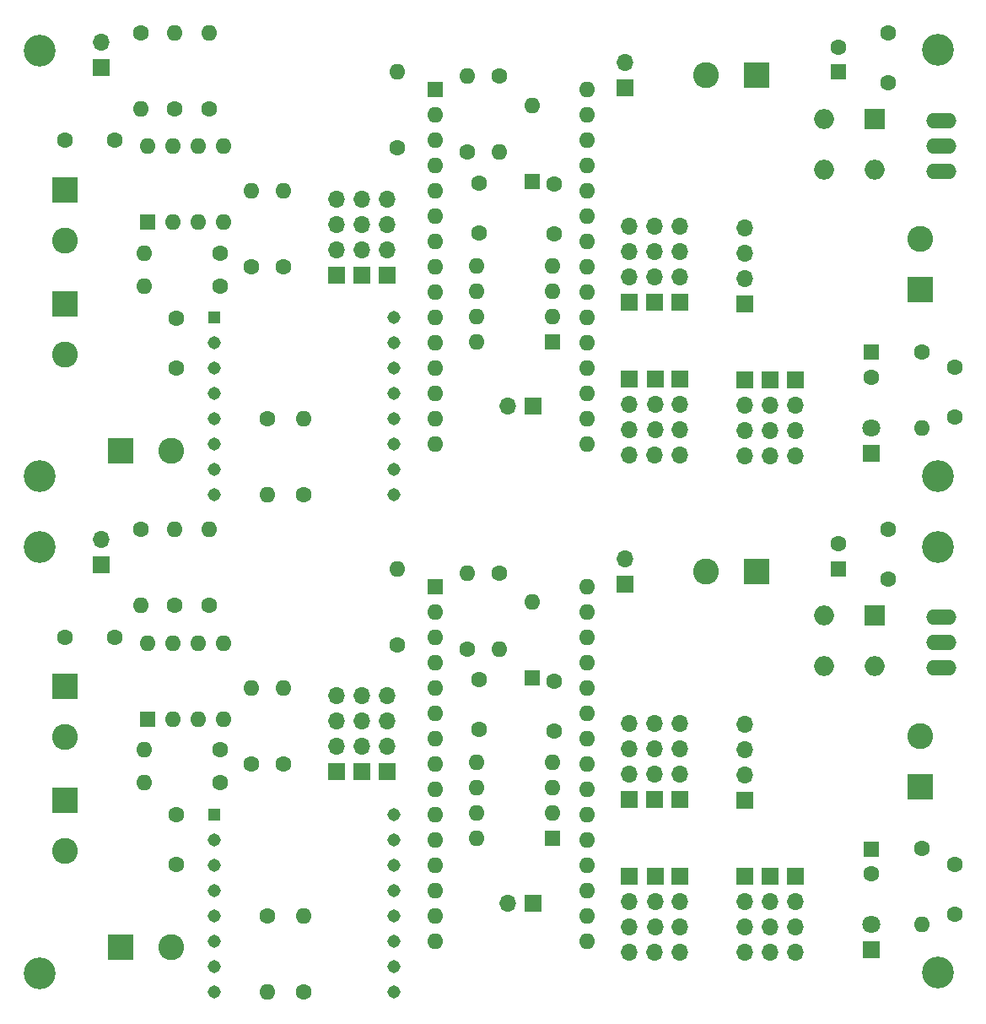
<source format=gbr>
%TF.GenerationSoftware,KiCad,Pcbnew,(6.0.11)*%
%TF.CreationDate,2023-10-15T10:12:36-04:00*%
%TF.ProjectId,MaxDuino_R1.4_Panelized,4d617844-7569-46e6-9f5f-52312e345f50,1.4*%
%TF.SameCoordinates,Original*%
%TF.FileFunction,Soldermask,Bot*%
%TF.FilePolarity,Negative*%
%FSLAX46Y46*%
G04 Gerber Fmt 4.6, Leading zero omitted, Abs format (unit mm)*
G04 Created by KiCad (PCBNEW (6.0.11)) date 2023-10-15 10:12:36*
%MOMM*%
%LPD*%
G01*
G04 APERTURE LIST*
%ADD10R,1.600000X1.600000*%
%ADD11O,1.600000X1.600000*%
%ADD12C,1.600000*%
%ADD13R,1.700000X1.700000*%
%ADD14O,1.700000X1.700000*%
%ADD15C,3.200000*%
%ADD16R,1.800000X1.800000*%
%ADD17C,1.800000*%
%ADD18R,2.600000X2.600000*%
%ADD19C,2.600000*%
%ADD20O,3.048000X1.524000*%
%ADD21R,2.000000X2.000000*%
%ADD22O,2.000000X2.000000*%
%ADD23R,1.308000X1.308000*%
%ADD24C,1.308000*%
G04 APERTURE END LIST*
D10*
%TO.C,U2*%
X69861600Y-48225800D03*
D11*
X69861600Y-45685800D03*
X69861600Y-43145800D03*
X69861600Y-40605800D03*
X62241600Y-40605800D03*
X62241600Y-43145800D03*
X62241600Y-45685800D03*
X62241600Y-48225800D03*
%TD*%
D10*
%TO.C,C1*%
X98512800Y-21149400D03*
D12*
X98512800Y-18649400D03*
%TD*%
D13*
%TO.C,J7-2*%
X80124000Y-94088200D03*
D14*
X80124000Y-91548200D03*
X80124000Y-89008200D03*
X80124000Y-86468200D03*
%TD*%
D15*
%TO.C,M3.3*%
X18350400Y-111573400D03*
%TD*%
D13*
%TO.C,J5-2*%
X91705600Y-101849800D03*
D14*
X91705600Y-104389800D03*
X91705600Y-106929800D03*
X91705600Y-109469800D03*
%TD*%
D10*
%TO.C,D2*%
X67829600Y-32122200D03*
D11*
X67829600Y-24502200D03*
%TD*%
D12*
%TO.C,C2*%
X103542000Y-72061800D03*
X103542000Y-67061800D03*
%TD*%
D13*
%TO.C,J8*%
X89114800Y-44405800D03*
D14*
X89114800Y-41865800D03*
X89114800Y-39325800D03*
X89114800Y-36785800D03*
%TD*%
D12*
%TO.C,R7*%
X28510400Y-67047200D03*
D11*
X28510400Y-74667200D03*
%TD*%
D16*
%TO.C,D3*%
X101865600Y-59401800D03*
D17*
X101865600Y-56861800D03*
%TD*%
D18*
%TO.C,J6*%
X20890400Y-82795200D03*
D19*
X20890400Y-87875200D03*
%TD*%
D15*
%TO.C,M3.4*%
X18350400Y-68850600D03*
%TD*%
D18*
%TO.C,J4*%
X26478400Y-108957200D03*
D19*
X31558400Y-108957200D03*
%TD*%
D12*
%TO.C,R13*%
X42836000Y-90542200D03*
D11*
X42836000Y-82922200D03*
%TD*%
D13*
%TO.C,J6-3*%
X82614400Y-51995000D03*
D14*
X82614400Y-54535000D03*
X82614400Y-57075000D03*
X82614400Y-59615000D03*
%TD*%
D10*
%TO.C,C4*%
X101865600Y-99113421D03*
D12*
X101865600Y-101613421D03*
%TD*%
%TO.C,R3*%
X39635600Y-90542200D03*
D11*
X39635600Y-82922200D03*
%TD*%
D13*
%TO.C,J8*%
X89114800Y-94240600D03*
D14*
X89114800Y-91700600D03*
X89114800Y-89160600D03*
X89114800Y-86620600D03*
%TD*%
D13*
%TO.C,JR1*%
X24548000Y-20748000D03*
D14*
X24548000Y-18208000D03*
%TD*%
D10*
%TO.C,A1*%
X58101400Y-72762200D03*
D11*
X58101400Y-75302200D03*
X58101400Y-77842200D03*
X58101400Y-80382200D03*
X58101400Y-82922200D03*
X58101400Y-85462200D03*
X58101400Y-88002200D03*
X58101400Y-90542200D03*
X58101400Y-93082200D03*
X58101400Y-95622200D03*
X58101400Y-98162200D03*
X58101400Y-100702200D03*
X58101400Y-103242200D03*
X58101400Y-105782200D03*
X58101400Y-108322200D03*
X73341400Y-108322200D03*
X73341400Y-105782200D03*
X73341400Y-103242200D03*
X73341400Y-100702200D03*
X73341400Y-98162200D03*
X73341400Y-95622200D03*
X73341400Y-93082200D03*
X73341400Y-90542200D03*
X73341400Y-88002200D03*
X73341400Y-85462200D03*
X73341400Y-82922200D03*
X73341400Y-80382200D03*
X73341400Y-77842200D03*
X73341400Y-75302200D03*
X73341400Y-72762200D03*
%TD*%
D13*
%TO.C,J2*%
X67931200Y-54677400D03*
D14*
X65391200Y-54677400D03*
%TD*%
D13*
%TO.C,J5-1*%
X89149200Y-52015000D03*
D14*
X89149200Y-54555000D03*
X89149200Y-57095000D03*
X89149200Y-59635000D03*
%TD*%
D12*
%TO.C,C6*%
X32066400Y-95662200D03*
X32066400Y-100662200D03*
%TD*%
%TO.C,C8*%
X62495600Y-37303800D03*
X62495600Y-32303800D03*
%TD*%
%TO.C,C8*%
X62495600Y-87138600D03*
X62495600Y-82138600D03*
%TD*%
%TO.C,C3*%
X110247600Y-50805800D03*
X110247600Y-55805800D03*
%TD*%
D13*
%TO.C,J6-2*%
X80174400Y-101829800D03*
D14*
X80174400Y-104369800D03*
X80174400Y-106909800D03*
X80072400Y-109439800D03*
%TD*%
D12*
%TO.C,R7*%
X28510400Y-17212400D03*
D11*
X28510400Y-24832400D03*
%TD*%
D20*
%TO.C,U1*%
X108916100Y-75861890D03*
X108916100Y-78401890D03*
X108916100Y-80941890D03*
%TD*%
D13*
%TO.C,J7-1*%
X77583200Y-44253400D03*
D14*
X77583200Y-41713400D03*
X77583200Y-39173400D03*
X77583200Y-36633400D03*
%TD*%
D12*
%TO.C,R6*%
X41210400Y-55947400D03*
D11*
X41210400Y-63567400D03*
%TD*%
D12*
%TO.C,R10*%
X54291400Y-28769400D03*
D11*
X54291400Y-21149400D03*
%TD*%
D18*
%TO.C,J1*%
X90334000Y-71289000D03*
D19*
X85254000Y-71289000D03*
%TD*%
D12*
%TO.C,R4*%
X61327200Y-29226600D03*
D11*
X61327200Y-21606600D03*
%TD*%
D21*
%TO.C,D1*%
X102170400Y-75708600D03*
D22*
X97090400Y-75708600D03*
X97090400Y-80788600D03*
X102170400Y-80788600D03*
%TD*%
D10*
%TO.C,U3*%
X29180800Y-36227000D03*
D11*
X31720800Y-36227000D03*
X34260800Y-36227000D03*
X36800800Y-36227000D03*
X36800800Y-28607000D03*
X34260800Y-28607000D03*
X31720800Y-28607000D03*
X29180800Y-28607000D03*
%TD*%
D12*
%TO.C,R9*%
X35368400Y-74667200D03*
D11*
X35368400Y-67047200D03*
%TD*%
D18*
%TO.C,J5*%
X20890400Y-44390400D03*
D19*
X20890400Y-49470400D03*
%TD*%
D21*
%TO.C,D1*%
X102170400Y-25873800D03*
D22*
X97090400Y-25873800D03*
X97090400Y-30953800D03*
X102170400Y-30953800D03*
%TD*%
D12*
%TO.C,R2*%
X64476800Y-21606600D03*
D11*
X64476800Y-29226600D03*
%TD*%
D13*
%TO.C,J6-1*%
X77583200Y-51995000D03*
D14*
X77583200Y-54535000D03*
X77583200Y-57075000D03*
X77583200Y-59615000D03*
%TD*%
D18*
%TO.C,J1*%
X90334000Y-21454200D03*
D19*
X85254000Y-21454200D03*
%TD*%
D18*
%TO.C,J6*%
X20890400Y-32960400D03*
D19*
X20890400Y-38040400D03*
%TD*%
D13*
%TO.C,J4-2*%
X50710800Y-91355000D03*
D14*
X50710800Y-88815000D03*
X50710800Y-86275000D03*
X50710800Y-83735000D03*
%TD*%
D12*
%TO.C,R10*%
X54291400Y-78604200D03*
D11*
X54291400Y-70984200D03*
%TD*%
D15*
%TO.C,M3.1*%
X108571200Y-68799800D03*
%TD*%
D12*
%TO.C,R4*%
X61327200Y-79061400D03*
D11*
X61327200Y-71441400D03*
%TD*%
D13*
%TO.C,J7-1*%
X77583200Y-94088200D03*
D14*
X77583200Y-91548200D03*
X77583200Y-89008200D03*
X77583200Y-86468200D03*
%TD*%
D13*
%TO.C,J6-1*%
X77583200Y-101829800D03*
D14*
X77583200Y-104369800D03*
X77583200Y-106909800D03*
X77583200Y-109449800D03*
%TD*%
D15*
%TO.C,M3.2*%
X108520400Y-111522600D03*
%TD*%
D12*
%TO.C,R5*%
X44893400Y-63567400D03*
D11*
X44893400Y-55947400D03*
%TD*%
D12*
%TO.C,R2*%
X64476800Y-71441400D03*
D11*
X64476800Y-79061400D03*
%TD*%
D10*
%TO.C,A1*%
X58101400Y-22927400D03*
D11*
X58101400Y-25467400D03*
X58101400Y-28007400D03*
X58101400Y-30547400D03*
X58101400Y-33087400D03*
X58101400Y-35627400D03*
X58101400Y-38167400D03*
X58101400Y-40707400D03*
X58101400Y-43247400D03*
X58101400Y-45787400D03*
X58101400Y-48327400D03*
X58101400Y-50867400D03*
X58101400Y-53407400D03*
X58101400Y-55947400D03*
X58101400Y-58487400D03*
X73341400Y-58487400D03*
X73341400Y-55947400D03*
X73341400Y-53407400D03*
X73341400Y-50867400D03*
X73341400Y-48327400D03*
X73341400Y-45787400D03*
X73341400Y-43247400D03*
X73341400Y-40707400D03*
X73341400Y-38167400D03*
X73341400Y-35627400D03*
X73341400Y-33087400D03*
X73341400Y-30547400D03*
X73341400Y-28007400D03*
X73341400Y-25467400D03*
X73341400Y-22927400D03*
%TD*%
D13*
%TO.C,J2*%
X67931200Y-104512200D03*
D14*
X65391200Y-104512200D03*
%TD*%
D12*
%TO.C,R8*%
X31939400Y-24832400D03*
D11*
X31939400Y-17212400D03*
%TD*%
D12*
%TO.C,R13*%
X42836000Y-40707400D03*
D11*
X42836000Y-33087400D03*
%TD*%
D12*
%TO.C,R3*%
X39635600Y-40707400D03*
D11*
X39635600Y-33087400D03*
%TD*%
D12*
%TO.C,R12*%
X36501400Y-39310400D03*
D11*
X28881400Y-39310400D03*
%TD*%
D13*
%TO.C,J3*%
X77126000Y-72559000D03*
D14*
X77126000Y-70019000D03*
%TD*%
D12*
%TO.C,R11*%
X36501400Y-42612400D03*
D11*
X28881400Y-42612400D03*
%TD*%
D10*
%TO.C,C1*%
X98512800Y-70984200D03*
D12*
X98512800Y-68484200D03*
%TD*%
D13*
%TO.C,J4-3*%
X48170000Y-41520200D03*
D14*
X48170000Y-38980200D03*
X48170000Y-36440200D03*
X48170000Y-33900200D03*
%TD*%
D15*
%TO.C,M3.2*%
X108520400Y-61687800D03*
%TD*%
D12*
%TO.C,R11*%
X36501400Y-92447200D03*
D11*
X28881400Y-92447200D03*
%TD*%
D13*
%TO.C,J3*%
X77126000Y-22724200D03*
D14*
X77126000Y-20184200D03*
%TD*%
D12*
%TO.C,C7*%
X25930400Y-77842200D03*
X20930400Y-77842200D03*
%TD*%
D18*
%TO.C,J5*%
X20890400Y-94225200D03*
D19*
X20890400Y-99305200D03*
%TD*%
D12*
%TO.C,R9*%
X35368400Y-24832400D03*
D11*
X35368400Y-17212400D03*
%TD*%
D13*
%TO.C,J5-3*%
X94246400Y-52015000D03*
D14*
X94246400Y-54555000D03*
X94246400Y-57095000D03*
X94246400Y-59635000D03*
%TD*%
D12*
%TO.C,C5*%
X70014000Y-37416200D03*
X70014000Y-32416200D03*
%TD*%
D10*
%TO.C,C4*%
X101865600Y-49278621D03*
D12*
X101865600Y-51778621D03*
%TD*%
%TO.C,C7*%
X25930400Y-28007400D03*
X20930400Y-28007400D03*
%TD*%
D13*
%TO.C,J7-2*%
X80124000Y-44253400D03*
D14*
X80124000Y-41713400D03*
X80124000Y-39173400D03*
X80124000Y-36633400D03*
%TD*%
D13*
%TO.C,J4-1*%
X53251600Y-91355000D03*
D14*
X53251600Y-88815000D03*
X53251600Y-86275000D03*
X53251600Y-83735000D03*
%TD*%
D18*
%TO.C,J7*%
X106793200Y-92828200D03*
D19*
X106793200Y-87748200D03*
%TD*%
D15*
%TO.C,M3.3*%
X18350400Y-61738600D03*
%TD*%
D16*
%TO.C,D3*%
X101865600Y-109236600D03*
D17*
X101865600Y-106696600D03*
%TD*%
D12*
%TO.C,R6*%
X41210400Y-105782200D03*
D11*
X41210400Y-113402200D03*
%TD*%
D13*
%TO.C,J6-2*%
X80174400Y-51995000D03*
D14*
X80174400Y-54535000D03*
X80174400Y-57075000D03*
X80072400Y-59605000D03*
%TD*%
D18*
%TO.C,J4*%
X26478400Y-59122400D03*
D19*
X31558400Y-59122400D03*
%TD*%
D12*
%TO.C,R8*%
X31939400Y-74667200D03*
D11*
X31939400Y-67047200D03*
%TD*%
D12*
%TO.C,C6*%
X32066400Y-45827400D03*
X32066400Y-50827400D03*
%TD*%
D10*
%TO.C,D2*%
X67829600Y-81957000D03*
D11*
X67829600Y-74337000D03*
%TD*%
D13*
%TO.C,J4-1*%
X53251600Y-41520200D03*
D14*
X53251600Y-38980200D03*
X53251600Y-36440200D03*
X53251600Y-33900200D03*
%TD*%
D15*
%TO.C,M3.4*%
X18350400Y-19015800D03*
%TD*%
D12*
%TO.C,C2*%
X103542000Y-22227000D03*
X103542000Y-17227000D03*
%TD*%
%TO.C,R12*%
X36501400Y-89145200D03*
D11*
X28881400Y-89145200D03*
%TD*%
D15*
%TO.C,M3.1*%
X108571200Y-18965000D03*
%TD*%
D13*
%TO.C,J7-3*%
X82663200Y-94088200D03*
D14*
X82663200Y-91548200D03*
X82663200Y-89008200D03*
X82663200Y-86468200D03*
%TD*%
D13*
%TO.C,J4-3*%
X48170000Y-91355000D03*
D14*
X48170000Y-88815000D03*
X48170000Y-86275000D03*
X48170000Y-83735000D03*
%TD*%
D13*
%TO.C,J5-3*%
X94246400Y-101849800D03*
D14*
X94246400Y-104389800D03*
X94246400Y-106929800D03*
X94246400Y-109469800D03*
%TD*%
D13*
%TO.C,J5-2*%
X91705600Y-52015000D03*
D14*
X91705600Y-54555000D03*
X91705600Y-57095000D03*
X91705600Y-59635000D03*
%TD*%
D20*
%TO.C,U1*%
X108916100Y-26027090D03*
X108916100Y-28567090D03*
X108916100Y-31107090D03*
%TD*%
D12*
%TO.C,R1*%
X106945600Y-49241800D03*
D11*
X106945600Y-56861800D03*
%TD*%
D18*
%TO.C,J7*%
X106793200Y-42993400D03*
D19*
X106793200Y-37913400D03*
%TD*%
D10*
%TO.C,U3*%
X29180800Y-86061800D03*
D11*
X31720800Y-86061800D03*
X34260800Y-86061800D03*
X36800800Y-86061800D03*
X36800800Y-78441800D03*
X34260800Y-78441800D03*
X31720800Y-78441800D03*
X29180800Y-78441800D03*
%TD*%
D23*
%TO.C,U4*%
X35904900Y-95622200D03*
D24*
X35904900Y-98162200D03*
X35904900Y-100702200D03*
X35904900Y-103242200D03*
X35904900Y-105782200D03*
X35904900Y-108322200D03*
X35904900Y-110862200D03*
X35904900Y-113402200D03*
X53938900Y-113402200D03*
X53938900Y-110862200D03*
X53938900Y-108322200D03*
X53938900Y-105782200D03*
X53938900Y-103242200D03*
X53938900Y-100702200D03*
X53938900Y-98162200D03*
X53938900Y-95622200D03*
%TD*%
D13*
%TO.C,J4-2*%
X50710800Y-41520200D03*
D14*
X50710800Y-38980200D03*
X50710800Y-36440200D03*
X50710800Y-33900200D03*
%TD*%
D12*
%TO.C,R1*%
X106945600Y-99076600D03*
D11*
X106945600Y-106696600D03*
%TD*%
D12*
%TO.C,C3*%
X110247600Y-100640600D03*
X110247600Y-105640600D03*
%TD*%
D13*
%TO.C,J5-1*%
X89149200Y-101849800D03*
D14*
X89149200Y-104389800D03*
X89149200Y-106929800D03*
X89149200Y-109469800D03*
%TD*%
D13*
%TO.C,J6-3*%
X82614400Y-101829800D03*
D14*
X82614400Y-104369800D03*
X82614400Y-106909800D03*
X82614400Y-109449800D03*
%TD*%
D10*
%TO.C,U2*%
X69861600Y-98060600D03*
D11*
X69861600Y-95520600D03*
X69861600Y-92980600D03*
X69861600Y-90440600D03*
X62241600Y-90440600D03*
X62241600Y-92980600D03*
X62241600Y-95520600D03*
X62241600Y-98060600D03*
%TD*%
D13*
%TO.C,JR1*%
X24548000Y-70582800D03*
D14*
X24548000Y-68042800D03*
%TD*%
D13*
%TO.C,J7-3*%
X82663200Y-44253400D03*
D14*
X82663200Y-41713400D03*
X82663200Y-39173400D03*
X82663200Y-36633400D03*
%TD*%
D23*
%TO.C,U4*%
X35904900Y-45787400D03*
D24*
X35904900Y-48327400D03*
X35904900Y-50867400D03*
X35904900Y-53407400D03*
X35904900Y-55947400D03*
X35904900Y-58487400D03*
X35904900Y-61027400D03*
X35904900Y-63567400D03*
X53938900Y-63567400D03*
X53938900Y-61027400D03*
X53938900Y-58487400D03*
X53938900Y-55947400D03*
X53938900Y-53407400D03*
X53938900Y-50867400D03*
X53938900Y-48327400D03*
X53938900Y-45787400D03*
%TD*%
D12*
%TO.C,R5*%
X44893400Y-113402200D03*
D11*
X44893400Y-105782200D03*
%TD*%
D12*
%TO.C,C5*%
X70014000Y-87251000D03*
X70014000Y-82251000D03*
%TD*%
M02*

</source>
